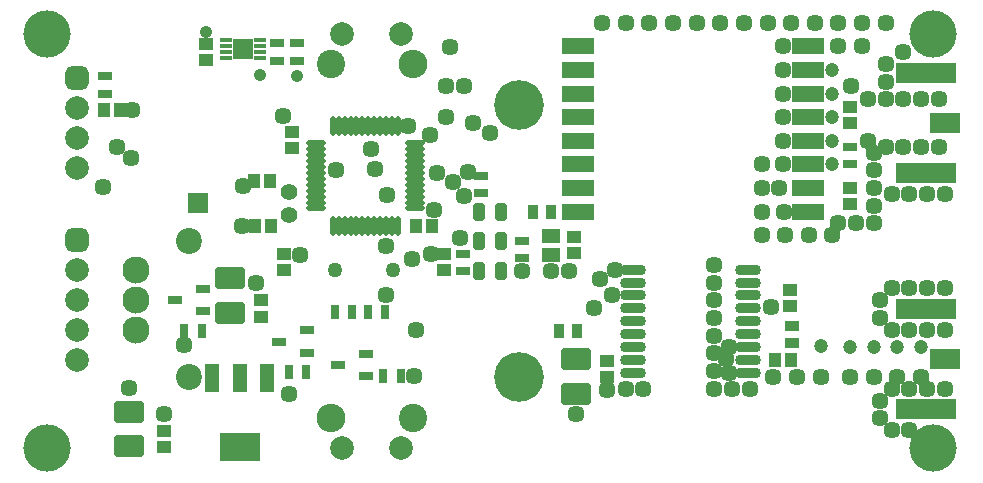
<source format=gts>
G04*
G04 #@! TF.GenerationSoftware,Altium Limited,Altium Designer,18.1.1 (9)*
G04*
G04 Layer_Color=8388736*
%FSLAX42Y42*%
%MOMM*%
G71*
G01*
G75*
%ADD10R,1.20X2.35*%
%ADD11R,3.45X2.35*%
%ADD12R,1.15X0.80*%
%ADD13R,1.70X1.70*%
%ADD14R,1.05X0.45*%
%ADD15R,1.20X1.00*%
G04:AMPARAMS|DCode=16|XSize=1.86mm|YSize=2.62mm|CornerRadius=0.35mm|HoleSize=0mm|Usage=FLASHONLY|Rotation=270.000|XOffset=0mm|YOffset=0mm|HoleType=Round|Shape=RoundedRectangle|*
%AMROUNDEDRECTD16*
21,1,1.86,1.92,0,0,270.0*
21,1,1.16,2.62,0,0,270.0*
1,1,0.70,-0.96,-0.58*
1,1,0.70,-0.96,0.58*
1,1,0.70,0.96,0.58*
1,1,0.70,0.96,-0.58*
%
%ADD16ROUNDEDRECTD16*%
%ADD17R,1.00X1.20*%
%ADD18R,1.22X0.94*%
%ADD19O,1.65X0.50*%
%ADD20O,0.50X1.65*%
%ADD21R,0.80X1.15*%
%ADD22R,1.20X0.80*%
%ADD23R,0.94X1.22*%
%ADD24R,5.10X1.80*%
%ADD25R,2.55X1.70*%
%ADD26R,1.65X1.20*%
G04:AMPARAMS|DCode=27|XSize=1.06mm|YSize=1.55mm|CornerRadius=0.32mm|HoleSize=0mm|Usage=FLASHONLY|Rotation=0.000|XOffset=0mm|YOffset=0mm|HoleType=Round|Shape=RoundedRectangle|*
%AMROUNDEDRECTD27*
21,1,1.06,0.91,0,0,0.0*
21,1,0.42,1.55,0,0,0.0*
1,1,0.64,0.21,-0.46*
1,1,0.64,-0.21,-0.46*
1,1,0.64,-0.21,0.46*
1,1,0.64,0.21,0.46*
%
%ADD27ROUNDEDRECTD27*%
%ADD28R,2.70X1.40*%
%ADD29O,2.20X0.90*%
%ADD30C,1.26*%
%ADD31C,2.00*%
%ADD32O,2.45X2.40*%
%ADD33C,2.40*%
G04:AMPARAMS|DCode=34|XSize=2mm|YSize=2mm|CornerRadius=0.55mm|HoleSize=0mm|Usage=FLASHONLY|Rotation=270.000|XOffset=0mm|YOffset=0mm|HoleType=Round|Shape=RoundedRectangle|*
%AMROUNDEDRECTD34*
21,1,2.00,0.90,0,0,270.0*
21,1,0.90,2.00,0,0,270.0*
1,1,1.10,-0.45,-0.45*
1,1,1.10,-0.45,0.45*
1,1,1.10,0.45,0.45*
1,1,1.10,0.45,-0.45*
%
%ADD34ROUNDEDRECTD34*%
%ADD35C,1.40*%
%ADD36C,2.20*%
%ADD37C,4.20*%
%ADD38C,2.30*%
%ADD39C,1.45*%
%ADD40C,1.05*%
%ADD41C,4.00*%
%ADD42C,1.20*%
D10*
X2110Y843D02*
D03*
X1880D02*
D03*
X1650D02*
D03*
D11*
X1880Y258D02*
D03*
D12*
X2370Y3675D02*
D03*
Y3525D02*
D03*
X2200Y3675D02*
D03*
Y3525D02*
D03*
X740Y3395D02*
D03*
Y3245D02*
D03*
X4270Y1855D02*
D03*
Y2005D02*
D03*
X7050Y2800D02*
D03*
Y2650D02*
D03*
X3770Y1745D02*
D03*
Y1895D02*
D03*
X3920Y2405D02*
D03*
Y2555D02*
D03*
D13*
X1908Y3625D02*
D03*
X1530Y2320D02*
D03*
D14*
X1766Y3700D02*
D03*
Y3650D02*
D03*
Y3600D02*
D03*
Y3550D02*
D03*
X2050Y3700D02*
D03*
Y3650D02*
D03*
Y3600D02*
D03*
Y3550D02*
D03*
D15*
X1600Y3667D02*
D03*
Y3533D02*
D03*
X6540Y1588D02*
D03*
Y1452D02*
D03*
X2320Y2790D02*
D03*
Y2925D02*
D03*
X2260Y1895D02*
D03*
Y1760D02*
D03*
X2060Y1362D02*
D03*
Y1498D02*
D03*
X1240Y260D02*
D03*
Y395D02*
D03*
X7050Y3135D02*
D03*
Y3000D02*
D03*
Y2450D02*
D03*
Y2315D02*
D03*
X4710Y2038D02*
D03*
Y1902D02*
D03*
X3610Y1895D02*
D03*
Y1760D02*
D03*
X4990Y985D02*
D03*
Y850D02*
D03*
D16*
X1800Y1393D02*
D03*
Y1688D02*
D03*
X940Y262D02*
D03*
Y557D02*
D03*
X4730Y1000D02*
D03*
Y705D02*
D03*
D17*
X6410Y990D02*
D03*
X6545D02*
D03*
X868Y3110D02*
D03*
X732D02*
D03*
X2005Y2510D02*
D03*
X2140D02*
D03*
X2012Y2130D02*
D03*
X2148D02*
D03*
X3372D02*
D03*
X3508D02*
D03*
D18*
X6560Y1136D02*
D03*
Y1284D02*
D03*
D19*
X2523Y2277D02*
D03*
Y2327D02*
D03*
Y2377D02*
D03*
Y2427D02*
D03*
Y2477D02*
D03*
Y2527D02*
D03*
Y2577D02*
D03*
Y2627D02*
D03*
Y2677D02*
D03*
Y2727D02*
D03*
Y2777D02*
D03*
Y2827D02*
D03*
X3367D02*
D03*
Y2777D02*
D03*
Y2727D02*
D03*
Y2677D02*
D03*
Y2627D02*
D03*
Y2577D02*
D03*
Y2527D02*
D03*
Y2477D02*
D03*
Y2427D02*
D03*
Y2377D02*
D03*
Y2327D02*
D03*
Y2277D02*
D03*
D20*
X2670Y2975D02*
D03*
X2720D02*
D03*
X2770D02*
D03*
X2820D02*
D03*
X2870D02*
D03*
X2920D02*
D03*
X2970D02*
D03*
X3020D02*
D03*
X3070D02*
D03*
X3120D02*
D03*
X3170D02*
D03*
X3220D02*
D03*
Y2130D02*
D03*
X3170D02*
D03*
X3120D02*
D03*
X3070D02*
D03*
X3020D02*
D03*
X2970D02*
D03*
X2920D02*
D03*
X2870D02*
D03*
X2820D02*
D03*
X2770D02*
D03*
X2720D02*
D03*
X2670D02*
D03*
D21*
X3115Y1400D02*
D03*
X2965D02*
D03*
X2835D02*
D03*
X2685D02*
D03*
X1410Y1240D02*
D03*
X1560D02*
D03*
X2295Y890D02*
D03*
X2445D02*
D03*
X3245Y860D02*
D03*
X3095D02*
D03*
D22*
X1330Y1500D02*
D03*
X1570Y1595D02*
D03*
Y1405D02*
D03*
X2450Y1055D02*
D03*
Y1245D02*
D03*
X2210Y1150D02*
D03*
X2950Y855D02*
D03*
Y1045D02*
D03*
X2710Y950D02*
D03*
D23*
X4733Y1240D02*
D03*
X4587D02*
D03*
X4367Y2250D02*
D03*
X4513D02*
D03*
D24*
X7693Y1425D02*
D03*
Y575D02*
D03*
Y2575D02*
D03*
Y3425D02*
D03*
D25*
X7850Y1000D02*
D03*
Y3000D02*
D03*
D26*
X4520Y2040D02*
D03*
Y1880D02*
D03*
D27*
X4094Y2250D02*
D03*
X3906D02*
D03*
Y2000D02*
D03*
X4094D02*
D03*
X3906Y1750D02*
D03*
X4094D02*
D03*
D28*
X6695Y2250D02*
D03*
Y2450D02*
D03*
Y2650D02*
D03*
Y2850D02*
D03*
Y3050D02*
D03*
Y3250D02*
D03*
Y3450D02*
D03*
Y3650D02*
D03*
X4745Y2250D02*
D03*
Y2450D02*
D03*
Y2650D02*
D03*
Y2850D02*
D03*
Y3050D02*
D03*
Y3250D02*
D03*
Y3450D02*
D03*
Y3650D02*
D03*
D29*
X5215Y1760D02*
D03*
Y1650D02*
D03*
Y1540D02*
D03*
Y1430D02*
D03*
Y1320D02*
D03*
Y1210D02*
D03*
Y1100D02*
D03*
Y990D02*
D03*
Y880D02*
D03*
X6185Y1760D02*
D03*
Y1650D02*
D03*
Y1540D02*
D03*
Y1430D02*
D03*
Y1320D02*
D03*
Y1210D02*
D03*
Y1100D02*
D03*
Y990D02*
D03*
Y880D02*
D03*
D30*
X2690Y1760D02*
D03*
X3178D02*
D03*
D31*
X3250Y3750D02*
D03*
X2750D02*
D03*
X500Y2619D02*
D03*
Y3127D02*
D03*
Y2873D02*
D03*
Y1500D02*
D03*
Y1754D02*
D03*
Y1246D02*
D03*
Y992D02*
D03*
X3250Y250D02*
D03*
X2750D02*
D03*
D32*
X3350Y3500D02*
D03*
X2650Y500D02*
D03*
D33*
X2650Y3500D02*
D03*
X3350Y500D02*
D03*
D34*
X500Y3381D02*
D03*
Y2008D02*
D03*
D35*
X2300Y2420D02*
D03*
Y2220D02*
D03*
D36*
X1450Y850D02*
D03*
Y2000D02*
D03*
D37*
X4250Y850D02*
D03*
Y3150D02*
D03*
D38*
X1000Y1246D02*
D03*
Y1754D02*
D03*
Y1500D02*
D03*
D39*
X1240Y540D02*
D03*
X940Y760D02*
D03*
X2300Y710D02*
D03*
X2250Y3060D02*
D03*
X4930Y1680D02*
D03*
X5060Y1760D02*
D03*
X4880Y1430D02*
D03*
X3550Y2580D02*
D03*
X3813Y2583D02*
D03*
X3780Y2380D02*
D03*
X3750Y2030D02*
D03*
X3340Y1850D02*
D03*
X3490Y2900D02*
D03*
X4000Y2920D02*
D03*
X3630Y3310D02*
D03*
X3780Y3310D02*
D03*
X3530Y2260D02*
D03*
X3030Y2610D02*
D03*
X1910Y2470D02*
D03*
X6900Y2050D02*
D03*
X6700D02*
D03*
X6500D02*
D03*
X6300D02*
D03*
X6050Y750D02*
D03*
X6200D02*
D03*
X5900D02*
D03*
X7300Y650D02*
D03*
X7150Y3650D02*
D03*
X6950D02*
D03*
X7350Y3850D02*
D03*
X7150D02*
D03*
X6950D02*
D03*
X6750D02*
D03*
X6550D02*
D03*
X6350D02*
D03*
X6150D02*
D03*
X5950D02*
D03*
X5750D02*
D03*
X5550D02*
D03*
X5350D02*
D03*
X5150D02*
D03*
X4950D02*
D03*
X5300Y750D02*
D03*
X5150D02*
D03*
X7500Y3600D02*
D03*
X7350Y3500D02*
D03*
Y3350D02*
D03*
X7800Y3200D02*
D03*
X7650D02*
D03*
X7500D02*
D03*
X7350D02*
D03*
X7200D02*
D03*
X7060Y3310D02*
D03*
X7850Y2400D02*
D03*
X7700D02*
D03*
X7550D02*
D03*
X7400D02*
D03*
X7800Y2800D02*
D03*
X7650D02*
D03*
X7200Y2850D02*
D03*
X7500Y2800D02*
D03*
X7350D02*
D03*
X7250Y2750D02*
D03*
Y2600D02*
D03*
Y2450D02*
D03*
Y2300D02*
D03*
Y2150D02*
D03*
X7100D02*
D03*
X6950D02*
D03*
X6300Y2250D02*
D03*
Y2450D02*
D03*
Y2650D02*
D03*
X6000Y1000D02*
D03*
X5900Y900D02*
D03*
Y1050D02*
D03*
Y1200D02*
D03*
Y1350D02*
D03*
Y1500D02*
D03*
Y1650D02*
D03*
Y1800D02*
D03*
X6450Y2450D02*
D03*
X7300Y500D02*
D03*
X7400Y400D02*
D03*
Y750D02*
D03*
X7550D02*
D03*
Y400D02*
D03*
X7850Y750D02*
D03*
X7700D02*
D03*
X7400Y1250D02*
D03*
X7850D02*
D03*
X7700D02*
D03*
X7550D02*
D03*
X7300Y1350D02*
D03*
Y1500D02*
D03*
X7400Y1600D02*
D03*
X7550D02*
D03*
X7700D02*
D03*
X7850D02*
D03*
X7650Y850D02*
D03*
X7450D02*
D03*
X7250D02*
D03*
X7050D02*
D03*
X6800D02*
D03*
X6600D02*
D03*
X6400D02*
D03*
X6380Y1440D02*
D03*
X3860Y3000D02*
D03*
X970Y3110D02*
D03*
X6020Y1100D02*
D03*
X6020Y880D02*
D03*
X6480Y3650D02*
D03*
X4990Y740D02*
D03*
X4730Y540D02*
D03*
X3360Y860D02*
D03*
X1900Y2130D02*
D03*
X1530Y2320D02*
D03*
X6490Y2250D02*
D03*
X6480Y2650D02*
D03*
X4270Y1750D02*
D03*
X4520D02*
D03*
X4670D02*
D03*
X3690Y2500D02*
D03*
X2700Y2600D02*
D03*
X3120Y1960D02*
D03*
X3505Y1895D02*
D03*
X2390Y1880D02*
D03*
X1410Y1120D02*
D03*
X2020Y1650D02*
D03*
X960Y2700D02*
D03*
X720Y2460D02*
D03*
X840Y2800D02*
D03*
X3375Y1245D02*
D03*
X5030Y1540D02*
D03*
X3130Y2390D02*
D03*
X2990Y2780D02*
D03*
X3310Y2975D02*
D03*
X3630Y3050D02*
D03*
X3660Y3640D02*
D03*
X6480Y2850D02*
D03*
Y3050D02*
D03*
Y3250D02*
D03*
Y3450D02*
D03*
X3120Y1540D02*
D03*
D40*
X1908Y3625D02*
D03*
X1600Y3770D02*
D03*
X2370Y3400D02*
D03*
X2050Y3410D02*
D03*
D41*
X250Y250D02*
D03*
Y3750D02*
D03*
X7750Y250D02*
D03*
Y3750D02*
D03*
D42*
X6900Y3450D02*
D03*
Y3250D02*
D03*
Y3050D02*
D03*
Y2850D02*
D03*
Y2650D02*
D03*
X7650Y1100D02*
D03*
X7450D02*
D03*
X7250D02*
D03*
X7050D02*
D03*
X6800Y1110D02*
D03*
M02*

</source>
